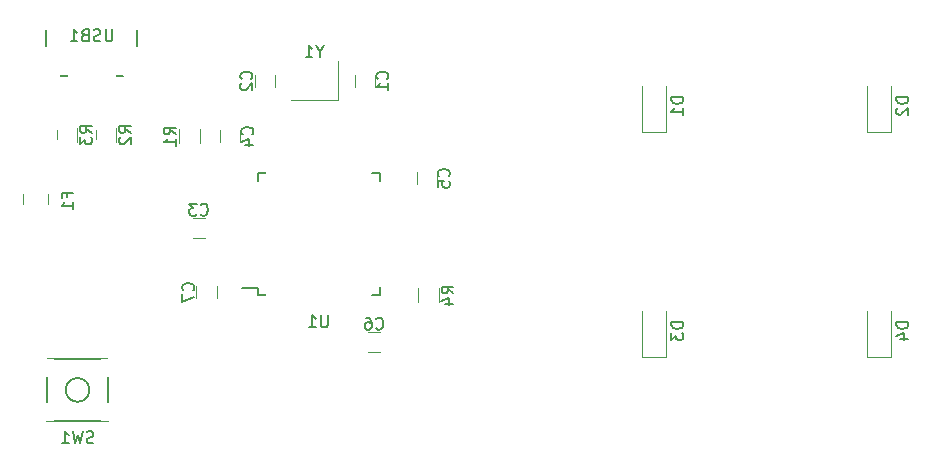
<source format=gbo>
G04 #@! TF.GenerationSoftware,KiCad,Pcbnew,(5.0.0)*
G04 #@! TF.CreationDate,2019-01-07T21:39:53-08:00*
G04 #@! TF.ProjectId,ai03-pcb-guide,616930332D7063622D67756964652E6B,rev?*
G04 #@! TF.SameCoordinates,Original*
G04 #@! TF.FileFunction,Legend,Bot*
G04 #@! TF.FilePolarity,Positive*
%FSLAX46Y46*%
G04 Gerber Fmt 4.6, Leading zero omitted, Abs format (unit mm)*
G04 Created by KiCad (PCBNEW (5.0.0)) date 01/07/19 21:39:53*
%MOMM*%
%LPD*%
G01*
G04 APERTURE LIST*
%ADD10C,0.120000*%
%ADD11C,0.150000*%
%ADD12R,1.650000X1.400000*%
%ADD13R,1.400000X1.650000*%
%ADD14R,1.600000X1.300000*%
%ADD15R,2.430000X1.540000*%
%ADD16C,2.150000*%
%ADD17R,2.305000X2.305000*%
%ADD18C,2.305000*%
%ADD19C,2.650000*%
%ADD20C,4.387800*%
%ADD21C,2.650000*%
%ADD22R,1.700000X1.100000*%
%ADD23R,2.200000X1.500000*%
%ADD24R,0.950000X1.900000*%
%ADD25R,1.900000X0.950000*%
%ADD26R,0.900000X2.650000*%
%ADD27O,2.100000X3.100000*%
%ADD28R,1.800000X1.600000*%
G04 APERTURE END LIST*
D10*
G04 #@! TO.C,C1*
X63683250Y-68842000D02*
X63683250Y-69842000D01*
X61983250Y-69842000D02*
X61983250Y-68842000D01*
G04 #@! TO.C,C2*
X55174250Y-68842000D02*
X55174250Y-69842000D01*
X53474250Y-69842000D02*
X53474250Y-68842000D01*
G04 #@! TO.C,C3*
X49236250Y-82638000D02*
X48236250Y-82638000D01*
X48236250Y-80938000D02*
X49236250Y-80938000D01*
G04 #@! TO.C,C4*
X50553250Y-74541000D02*
X50553250Y-73541000D01*
X52253250Y-73541000D02*
X52253250Y-74541000D01*
G04 #@! TO.C,C5*
X68890250Y-77097000D02*
X68890250Y-78097000D01*
X67190250Y-78097000D02*
X67190250Y-77097000D01*
G04 #@! TO.C,C6*
X64095250Y-92290000D02*
X63095250Y-92290000D01*
X63095250Y-90590000D02*
X64095250Y-90590000D01*
G04 #@! TO.C,C7*
X48553000Y-87749000D02*
X48553000Y-86749000D01*
X50253000Y-86749000D02*
X50253000Y-87749000D01*
G04 #@! TO.C,D1*
X88312500Y-73687500D02*
X86312500Y-73687500D01*
X86312500Y-73687500D02*
X86312500Y-69787500D01*
X88312500Y-73687500D02*
X88312500Y-69787500D01*
G04 #@! TO.C,D2*
X107362500Y-73687500D02*
X107362500Y-69787500D01*
X105362500Y-73687500D02*
X105362500Y-69787500D01*
X107362500Y-73687500D02*
X105362500Y-73687500D01*
G04 #@! TO.C,D3*
X88312500Y-92737500D02*
X86312500Y-92737500D01*
X86312500Y-92737500D02*
X86312500Y-88837500D01*
X88312500Y-92737500D02*
X88312500Y-88837500D01*
G04 #@! TO.C,D4*
X107362500Y-92737500D02*
X107362500Y-88837500D01*
X105362500Y-92737500D02*
X105362500Y-88837500D01*
X107362500Y-92737500D02*
X105362500Y-92737500D01*
G04 #@! TO.C,F1*
X35995000Y-80375000D02*
X35995000Y-78375000D01*
X33855000Y-78375000D02*
X33855000Y-80375000D01*
G04 #@! TO.C,R1*
X48854250Y-74641000D02*
X48854250Y-73441000D01*
X47094250Y-73441000D02*
X47094250Y-74641000D01*
G04 #@! TO.C,R2*
X40014000Y-73314000D02*
X40014000Y-74514000D01*
X41774000Y-74514000D02*
X41774000Y-73314000D01*
G04 #@! TO.C,R3*
X38472000Y-74514000D02*
X38472000Y-73314000D01*
X36712000Y-73314000D02*
X36712000Y-74514000D01*
G04 #@! TO.C,R4*
X69079000Y-88103000D02*
X69079000Y-86903000D01*
X67319000Y-86903000D02*
X67319000Y-88103000D01*
D11*
G04 #@! TO.C,SW1*
X39484001Y-95507845D02*
G75*
G03X39484001Y-95507845I-1000000J0D01*
G01*
X41084001Y-98107845D02*
X41084001Y-92907845D01*
X35884001Y-98107845D02*
X41084001Y-98107845D01*
X35884001Y-92907845D02*
X35884001Y-98107845D01*
X41084001Y-92907845D02*
X35884001Y-92907845D01*
G04 #@! TO.C,U1*
X53721250Y-86896000D02*
X52446250Y-86896000D01*
X64071250Y-87471000D02*
X63396250Y-87471000D01*
X64071250Y-77121000D02*
X63396250Y-77121000D01*
X53721250Y-77121000D02*
X54396250Y-77121000D01*
X53721250Y-87471000D02*
X54396250Y-87471000D01*
X53721250Y-77121000D02*
X53721250Y-77796000D01*
X64071250Y-77121000D02*
X64071250Y-77796000D01*
X64071250Y-87471000D02*
X64071250Y-86796000D01*
X53721250Y-87471000D02*
X53721250Y-86896000D01*
G04 #@! TO.C,USB1*
X35837500Y-68950000D02*
X43537500Y-68950000D01*
X43537500Y-63500000D02*
X43537500Y-68950000D01*
X35837500Y-63500000D02*
X35837500Y-68950000D01*
D10*
G04 #@! TO.C,Y1*
X60515250Y-70992000D02*
X56515250Y-70992000D01*
X60515250Y-67692000D02*
X60515250Y-70992000D01*
G04 #@! TO.C,C1*
D11*
X64690392Y-69175333D02*
X64738011Y-69127714D01*
X64785630Y-68984857D01*
X64785630Y-68889619D01*
X64738011Y-68746761D01*
X64642773Y-68651523D01*
X64547535Y-68603904D01*
X64357059Y-68556285D01*
X64214202Y-68556285D01*
X64023726Y-68603904D01*
X63928488Y-68651523D01*
X63833250Y-68746761D01*
X63785630Y-68889619D01*
X63785630Y-68984857D01*
X63833250Y-69127714D01*
X63880869Y-69175333D01*
X64785630Y-70127714D02*
X64785630Y-69556285D01*
X64785630Y-69842000D02*
X63785630Y-69842000D01*
X63928488Y-69746761D01*
X64023726Y-69651523D01*
X64071345Y-69556285D01*
G04 #@! TO.C,C2*
X53181392Y-69175333D02*
X53229011Y-69127714D01*
X53276630Y-68984857D01*
X53276630Y-68889619D01*
X53229011Y-68746761D01*
X53133773Y-68651523D01*
X53038535Y-68603904D01*
X52848059Y-68556285D01*
X52705202Y-68556285D01*
X52514726Y-68603904D01*
X52419488Y-68651523D01*
X52324250Y-68746761D01*
X52276630Y-68889619D01*
X52276630Y-68984857D01*
X52324250Y-69127714D01*
X52371869Y-69175333D01*
X52371869Y-69556285D02*
X52324250Y-69603904D01*
X52276630Y-69699142D01*
X52276630Y-69937238D01*
X52324250Y-70032476D01*
X52371869Y-70080095D01*
X52467107Y-70127714D01*
X52562345Y-70127714D01*
X52705202Y-70080095D01*
X53276630Y-69508666D01*
X53276630Y-70127714D01*
G04 #@! TO.C,C3*
X48902916Y-80645142D02*
X48950535Y-80692761D01*
X49093392Y-80740380D01*
X49188630Y-80740380D01*
X49331488Y-80692761D01*
X49426726Y-80597523D01*
X49474345Y-80502285D01*
X49521964Y-80311809D01*
X49521964Y-80168952D01*
X49474345Y-79978476D01*
X49426726Y-79883238D01*
X49331488Y-79788000D01*
X49188630Y-79740380D01*
X49093392Y-79740380D01*
X48950535Y-79788000D01*
X48902916Y-79835619D01*
X48569583Y-79740380D02*
X47950535Y-79740380D01*
X48283869Y-80121333D01*
X48141011Y-80121333D01*
X48045773Y-80168952D01*
X47998154Y-80216571D01*
X47950535Y-80311809D01*
X47950535Y-80549904D01*
X47998154Y-80645142D01*
X48045773Y-80692761D01*
X48141011Y-80740380D01*
X48426726Y-80740380D01*
X48521964Y-80692761D01*
X48569583Y-80645142D01*
G04 #@! TO.C,C4*
X53260392Y-73874333D02*
X53308011Y-73826714D01*
X53355630Y-73683857D01*
X53355630Y-73588619D01*
X53308011Y-73445761D01*
X53212773Y-73350523D01*
X53117535Y-73302904D01*
X52927059Y-73255285D01*
X52784202Y-73255285D01*
X52593726Y-73302904D01*
X52498488Y-73350523D01*
X52403250Y-73445761D01*
X52355630Y-73588619D01*
X52355630Y-73683857D01*
X52403250Y-73826714D01*
X52450869Y-73874333D01*
X52688964Y-74731476D02*
X53355630Y-74731476D01*
X52308011Y-74493380D02*
X53022297Y-74255285D01*
X53022297Y-74874333D01*
G04 #@! TO.C,C5*
X69897392Y-77430333D02*
X69945011Y-77382714D01*
X69992630Y-77239857D01*
X69992630Y-77144619D01*
X69945011Y-77001761D01*
X69849773Y-76906523D01*
X69754535Y-76858904D01*
X69564059Y-76811285D01*
X69421202Y-76811285D01*
X69230726Y-76858904D01*
X69135488Y-76906523D01*
X69040250Y-77001761D01*
X68992630Y-77144619D01*
X68992630Y-77239857D01*
X69040250Y-77382714D01*
X69087869Y-77430333D01*
X68992630Y-78335095D02*
X68992630Y-77858904D01*
X69468821Y-77811285D01*
X69421202Y-77858904D01*
X69373583Y-77954142D01*
X69373583Y-78192238D01*
X69421202Y-78287476D01*
X69468821Y-78335095D01*
X69564059Y-78382714D01*
X69802154Y-78382714D01*
X69897392Y-78335095D01*
X69945011Y-78287476D01*
X69992630Y-78192238D01*
X69992630Y-77954142D01*
X69945011Y-77858904D01*
X69897392Y-77811285D01*
G04 #@! TO.C,C6*
X63761916Y-90297142D02*
X63809535Y-90344761D01*
X63952392Y-90392380D01*
X64047630Y-90392380D01*
X64190488Y-90344761D01*
X64285726Y-90249523D01*
X64333345Y-90154285D01*
X64380964Y-89963809D01*
X64380964Y-89820952D01*
X64333345Y-89630476D01*
X64285726Y-89535238D01*
X64190488Y-89440000D01*
X64047630Y-89392380D01*
X63952392Y-89392380D01*
X63809535Y-89440000D01*
X63761916Y-89487619D01*
X62904773Y-89392380D02*
X63095250Y-89392380D01*
X63190488Y-89440000D01*
X63238107Y-89487619D01*
X63333345Y-89630476D01*
X63380964Y-89820952D01*
X63380964Y-90201904D01*
X63333345Y-90297142D01*
X63285726Y-90344761D01*
X63190488Y-90392380D01*
X63000011Y-90392380D01*
X62904773Y-90344761D01*
X62857154Y-90297142D01*
X62809535Y-90201904D01*
X62809535Y-89963809D01*
X62857154Y-89868571D01*
X62904773Y-89820952D01*
X63000011Y-89773333D01*
X63190488Y-89773333D01*
X63285726Y-89820952D01*
X63333345Y-89868571D01*
X63380964Y-89963809D01*
G04 #@! TO.C,C7*
X48260142Y-87082333D02*
X48307761Y-87034714D01*
X48355380Y-86891857D01*
X48355380Y-86796619D01*
X48307761Y-86653761D01*
X48212523Y-86558523D01*
X48117285Y-86510904D01*
X47926809Y-86463285D01*
X47783952Y-86463285D01*
X47593476Y-86510904D01*
X47498238Y-86558523D01*
X47403000Y-86653761D01*
X47355380Y-86796619D01*
X47355380Y-86891857D01*
X47403000Y-87034714D01*
X47450619Y-87082333D01*
X47355380Y-87415666D02*
X47355380Y-88082333D01*
X48355380Y-87653761D01*
G04 #@! TO.C,D1*
X89764880Y-70699404D02*
X88764880Y-70699404D01*
X88764880Y-70937500D01*
X88812500Y-71080357D01*
X88907738Y-71175595D01*
X89002976Y-71223214D01*
X89193452Y-71270833D01*
X89336309Y-71270833D01*
X89526785Y-71223214D01*
X89622023Y-71175595D01*
X89717261Y-71080357D01*
X89764880Y-70937500D01*
X89764880Y-70699404D01*
X89764880Y-72223214D02*
X89764880Y-71651785D01*
X89764880Y-71937500D02*
X88764880Y-71937500D01*
X88907738Y-71842261D01*
X89002976Y-71747023D01*
X89050595Y-71651785D01*
G04 #@! TO.C,D2*
X108814880Y-70699404D02*
X107814880Y-70699404D01*
X107814880Y-70937500D01*
X107862500Y-71080357D01*
X107957738Y-71175595D01*
X108052976Y-71223214D01*
X108243452Y-71270833D01*
X108386309Y-71270833D01*
X108576785Y-71223214D01*
X108672023Y-71175595D01*
X108767261Y-71080357D01*
X108814880Y-70937500D01*
X108814880Y-70699404D01*
X107910119Y-71651785D02*
X107862500Y-71699404D01*
X107814880Y-71794642D01*
X107814880Y-72032738D01*
X107862500Y-72127976D01*
X107910119Y-72175595D01*
X108005357Y-72223214D01*
X108100595Y-72223214D01*
X108243452Y-72175595D01*
X108814880Y-71604166D01*
X108814880Y-72223214D01*
G04 #@! TO.C,D3*
X89764880Y-89749404D02*
X88764880Y-89749404D01*
X88764880Y-89987500D01*
X88812500Y-90130357D01*
X88907738Y-90225595D01*
X89002976Y-90273214D01*
X89193452Y-90320833D01*
X89336309Y-90320833D01*
X89526785Y-90273214D01*
X89622023Y-90225595D01*
X89717261Y-90130357D01*
X89764880Y-89987500D01*
X89764880Y-89749404D01*
X88764880Y-90654166D02*
X88764880Y-91273214D01*
X89145833Y-90939880D01*
X89145833Y-91082738D01*
X89193452Y-91177976D01*
X89241071Y-91225595D01*
X89336309Y-91273214D01*
X89574404Y-91273214D01*
X89669642Y-91225595D01*
X89717261Y-91177976D01*
X89764880Y-91082738D01*
X89764880Y-90797023D01*
X89717261Y-90701785D01*
X89669642Y-90654166D01*
G04 #@! TO.C,D4*
X108814880Y-89749404D02*
X107814880Y-89749404D01*
X107814880Y-89987500D01*
X107862500Y-90130357D01*
X107957738Y-90225595D01*
X108052976Y-90273214D01*
X108243452Y-90320833D01*
X108386309Y-90320833D01*
X108576785Y-90273214D01*
X108672023Y-90225595D01*
X108767261Y-90130357D01*
X108814880Y-89987500D01*
X108814880Y-89749404D01*
X108148214Y-91177976D02*
X108814880Y-91177976D01*
X107767261Y-90939880D02*
X108481547Y-90701785D01*
X108481547Y-91320833D01*
G04 #@! TO.C,F1*
X37603571Y-79141666D02*
X37603571Y-78808333D01*
X38127380Y-78808333D02*
X37127380Y-78808333D01*
X37127380Y-79284523D01*
X38127380Y-80189285D02*
X38127380Y-79617857D01*
X38127380Y-79903571D02*
X37127380Y-79903571D01*
X37270238Y-79808333D01*
X37365476Y-79713095D01*
X37413095Y-79617857D01*
G04 #@! TO.C,R1*
X46776630Y-73874333D02*
X46300440Y-73541000D01*
X46776630Y-73302904D02*
X45776630Y-73302904D01*
X45776630Y-73683857D01*
X45824250Y-73779095D01*
X45871869Y-73826714D01*
X45967107Y-73874333D01*
X46109964Y-73874333D01*
X46205202Y-73826714D01*
X46252821Y-73779095D01*
X46300440Y-73683857D01*
X46300440Y-73302904D01*
X46776630Y-74826714D02*
X46776630Y-74255285D01*
X46776630Y-74541000D02*
X45776630Y-74541000D01*
X45919488Y-74445761D01*
X46014726Y-74350523D01*
X46062345Y-74255285D01*
G04 #@! TO.C,R2*
X42996380Y-73747333D02*
X42520190Y-73414000D01*
X42996380Y-73175904D02*
X41996380Y-73175904D01*
X41996380Y-73556857D01*
X42044000Y-73652095D01*
X42091619Y-73699714D01*
X42186857Y-73747333D01*
X42329714Y-73747333D01*
X42424952Y-73699714D01*
X42472571Y-73652095D01*
X42520190Y-73556857D01*
X42520190Y-73175904D01*
X42091619Y-74128285D02*
X42044000Y-74175904D01*
X41996380Y-74271142D01*
X41996380Y-74509238D01*
X42044000Y-74604476D01*
X42091619Y-74652095D01*
X42186857Y-74699714D01*
X42282095Y-74699714D01*
X42424952Y-74652095D01*
X42996380Y-74080666D01*
X42996380Y-74699714D01*
G04 #@! TO.C,R3*
X39694380Y-73747333D02*
X39218190Y-73414000D01*
X39694380Y-73175904D02*
X38694380Y-73175904D01*
X38694380Y-73556857D01*
X38742000Y-73652095D01*
X38789619Y-73699714D01*
X38884857Y-73747333D01*
X39027714Y-73747333D01*
X39122952Y-73699714D01*
X39170571Y-73652095D01*
X39218190Y-73556857D01*
X39218190Y-73175904D01*
X38694380Y-74080666D02*
X38694380Y-74699714D01*
X39075333Y-74366380D01*
X39075333Y-74509238D01*
X39122952Y-74604476D01*
X39170571Y-74652095D01*
X39265809Y-74699714D01*
X39503904Y-74699714D01*
X39599142Y-74652095D01*
X39646761Y-74604476D01*
X39694380Y-74509238D01*
X39694380Y-74223523D01*
X39646761Y-74128285D01*
X39599142Y-74080666D01*
G04 #@! TO.C,R4*
X70301380Y-87336333D02*
X69825190Y-87003000D01*
X70301380Y-86764904D02*
X69301380Y-86764904D01*
X69301380Y-87145857D01*
X69349000Y-87241095D01*
X69396619Y-87288714D01*
X69491857Y-87336333D01*
X69634714Y-87336333D01*
X69729952Y-87288714D01*
X69777571Y-87241095D01*
X69825190Y-87145857D01*
X69825190Y-86764904D01*
X69634714Y-88193476D02*
X70301380Y-88193476D01*
X69253761Y-87955380D02*
X69968047Y-87717285D01*
X69968047Y-88336333D01*
G04 #@! TO.C,SW1*
X39817334Y-99976606D02*
X39674477Y-100024225D01*
X39436381Y-100024225D01*
X39341143Y-99976606D01*
X39293524Y-99928987D01*
X39245905Y-99833749D01*
X39245905Y-99738511D01*
X39293524Y-99643273D01*
X39341143Y-99595654D01*
X39436381Y-99548035D01*
X39626858Y-99500416D01*
X39722096Y-99452797D01*
X39769715Y-99405178D01*
X39817334Y-99309940D01*
X39817334Y-99214702D01*
X39769715Y-99119464D01*
X39722096Y-99071845D01*
X39626858Y-99024225D01*
X39388762Y-99024225D01*
X39245905Y-99071845D01*
X38912572Y-99024225D02*
X38674477Y-100024225D01*
X38484001Y-99309940D01*
X38293524Y-100024225D01*
X38055429Y-99024225D01*
X37150667Y-100024225D02*
X37722096Y-100024225D01*
X37436381Y-100024225D02*
X37436381Y-99024225D01*
X37531620Y-99167083D01*
X37626858Y-99262321D01*
X37722096Y-99309940D01*
G04 #@! TO.C,U1*
X59658154Y-89198380D02*
X59658154Y-90007904D01*
X59610535Y-90103142D01*
X59562916Y-90150761D01*
X59467678Y-90198380D01*
X59277202Y-90198380D01*
X59181964Y-90150761D01*
X59134345Y-90103142D01*
X59086726Y-90007904D01*
X59086726Y-89198380D01*
X58086726Y-90198380D02*
X58658154Y-90198380D01*
X58372440Y-90198380D02*
X58372440Y-89198380D01*
X58467678Y-89341238D01*
X58562916Y-89436476D01*
X58658154Y-89484095D01*
G04 #@! TO.C,USB1*
X41425595Y-64984380D02*
X41425595Y-65793904D01*
X41377976Y-65889142D01*
X41330357Y-65936761D01*
X41235119Y-65984380D01*
X41044642Y-65984380D01*
X40949404Y-65936761D01*
X40901785Y-65889142D01*
X40854166Y-65793904D01*
X40854166Y-64984380D01*
X40425595Y-65936761D02*
X40282738Y-65984380D01*
X40044642Y-65984380D01*
X39949404Y-65936761D01*
X39901785Y-65889142D01*
X39854166Y-65793904D01*
X39854166Y-65698666D01*
X39901785Y-65603428D01*
X39949404Y-65555809D01*
X40044642Y-65508190D01*
X40235119Y-65460571D01*
X40330357Y-65412952D01*
X40377976Y-65365333D01*
X40425595Y-65270095D01*
X40425595Y-65174857D01*
X40377976Y-65079619D01*
X40330357Y-65032000D01*
X40235119Y-64984380D01*
X39997023Y-64984380D01*
X39854166Y-65032000D01*
X39092261Y-65460571D02*
X38949404Y-65508190D01*
X38901785Y-65555809D01*
X38854166Y-65651047D01*
X38854166Y-65793904D01*
X38901785Y-65889142D01*
X38949404Y-65936761D01*
X39044642Y-65984380D01*
X39425595Y-65984380D01*
X39425595Y-64984380D01*
X39092261Y-64984380D01*
X38997023Y-65032000D01*
X38949404Y-65079619D01*
X38901785Y-65174857D01*
X38901785Y-65270095D01*
X38949404Y-65365333D01*
X38997023Y-65412952D01*
X39092261Y-65460571D01*
X39425595Y-65460571D01*
X37901785Y-65984380D02*
X38473214Y-65984380D01*
X38187500Y-65984380D02*
X38187500Y-64984380D01*
X38282738Y-65127238D01*
X38377976Y-65222476D01*
X38473214Y-65270095D01*
G04 #@! TO.C,Y1*
X58991440Y-66868190D02*
X58991440Y-67344380D01*
X59324773Y-66344380D02*
X58991440Y-66868190D01*
X58658107Y-66344380D01*
X57800964Y-67344380D02*
X58372392Y-67344380D01*
X58086678Y-67344380D02*
X58086678Y-66344380D01*
X58181916Y-66487238D01*
X58277154Y-66582476D01*
X58372392Y-66630095D01*
G04 #@! TD*
%LPC*%
D12*
G04 #@! TO.C,C1*
X62833250Y-70342000D03*
X62833250Y-68342000D03*
G04 #@! TD*
G04 #@! TO.C,C2*
X54324250Y-70342000D03*
X54324250Y-68342000D03*
G04 #@! TD*
D13*
G04 #@! TO.C,C3*
X47736250Y-81788000D03*
X49736250Y-81788000D03*
G04 #@! TD*
D12*
G04 #@! TO.C,C4*
X51403250Y-73041000D03*
X51403250Y-75041000D03*
G04 #@! TD*
G04 #@! TO.C,C5*
X68040250Y-78597000D03*
X68040250Y-76597000D03*
G04 #@! TD*
D13*
G04 #@! TO.C,C6*
X62595250Y-91440000D03*
X64595250Y-91440000D03*
G04 #@! TD*
D12*
G04 #@! TO.C,C7*
X49403000Y-86249000D03*
X49403000Y-88249000D03*
G04 #@! TD*
D14*
G04 #@! TO.C,D1*
X87312500Y-73087500D03*
X87312500Y-69787500D03*
G04 #@! TD*
G04 #@! TO.C,D2*
X106362500Y-69787500D03*
X106362500Y-73087500D03*
G04 #@! TD*
G04 #@! TO.C,D3*
X87312500Y-92137500D03*
X87312500Y-88837500D03*
G04 #@! TD*
G04 #@! TO.C,D4*
X106362500Y-88837500D03*
X106362500Y-92137500D03*
G04 #@! TD*
D15*
G04 #@! TO.C,F1*
X34925000Y-78175000D03*
X34925000Y-80575000D03*
G04 #@! TD*
D16*
G04 #@! TO.C,MX1*
X84455000Y-71437500D03*
X74295000Y-71437500D03*
D17*
X80645000Y-76517500D03*
D18*
X78105000Y-76517500D03*
D19*
X76875000Y-67437500D03*
D20*
X79375000Y-71437500D03*
D19*
X76220001Y-68167500D03*
D21*
X75565000Y-68897500D02*
X76875002Y-67437500D01*
D19*
X81915000Y-66357500D03*
X81895000Y-66647500D03*
D21*
X81875000Y-66937500D02*
X81915000Y-66357500D01*
G04 #@! TD*
D19*
G04 #@! TO.C,MX2*
X100945000Y-66647500D03*
D21*
X100925000Y-66937500D02*
X100965000Y-66357500D01*
D19*
X100965000Y-66357500D03*
X95270001Y-68167500D03*
D21*
X94615000Y-68897500D02*
X95925002Y-67437500D01*
D20*
X98425000Y-71437500D03*
D19*
X95925000Y-67437500D03*
D18*
X97155000Y-76517500D03*
D17*
X99695000Y-76517500D03*
D16*
X93345000Y-71437500D03*
X103505000Y-71437500D03*
G04 #@! TD*
G04 #@! TO.C,MX3*
X84455000Y-90487500D03*
X74295000Y-90487500D03*
D17*
X80645000Y-95567500D03*
D18*
X78105000Y-95567500D03*
D19*
X76875000Y-86487500D03*
D20*
X79375000Y-90487500D03*
D19*
X76220001Y-87217500D03*
D21*
X75565000Y-87947500D02*
X76875002Y-86487500D01*
D19*
X81915000Y-85407500D03*
X81895000Y-85697500D03*
D21*
X81875000Y-85987500D02*
X81915000Y-85407500D01*
G04 #@! TD*
D19*
G04 #@! TO.C,MX4*
X100945000Y-85697500D03*
D21*
X100925000Y-85987500D02*
X100965000Y-85407500D01*
D19*
X100965000Y-85407500D03*
X95270001Y-87217500D03*
D21*
X94615000Y-87947500D02*
X95925002Y-86487500D01*
D20*
X98425000Y-90487500D03*
D19*
X95925000Y-86487500D03*
D18*
X97155000Y-95567500D03*
D17*
X99695000Y-95567500D03*
D16*
X93345000Y-90487500D03*
X103505000Y-90487500D03*
G04 #@! TD*
D22*
G04 #@! TO.C,R1*
X47974250Y-73091000D03*
X47974250Y-74991000D03*
G04 #@! TD*
G04 #@! TO.C,R2*
X40894000Y-74864000D03*
X40894000Y-72964000D03*
G04 #@! TD*
G04 #@! TO.C,R3*
X37592000Y-72964000D03*
X37592000Y-74864000D03*
G04 #@! TD*
G04 #@! TO.C,R4*
X68199000Y-86553000D03*
X68199000Y-88453000D03*
G04 #@! TD*
D23*
G04 #@! TO.C,SW1*
X35384001Y-97357845D03*
X41584001Y-93657845D03*
X35384001Y-93657845D03*
X41584001Y-97357845D03*
G04 #@! TD*
D24*
G04 #@! TO.C,U1*
X54896250Y-87996000D03*
X55696250Y-87996000D03*
X56496250Y-87996000D03*
X57296250Y-87996000D03*
X58096250Y-87996000D03*
X58896250Y-87996000D03*
X59696250Y-87996000D03*
X60496250Y-87996000D03*
X61296250Y-87996000D03*
X62096250Y-87996000D03*
X62896250Y-87996000D03*
D25*
X64596250Y-86296000D03*
X64596250Y-85496000D03*
X64596250Y-84696000D03*
X64596250Y-83896000D03*
X64596250Y-83096000D03*
X64596250Y-82296000D03*
X64596250Y-81496000D03*
X64596250Y-80696000D03*
X64596250Y-79896000D03*
X64596250Y-79096000D03*
X64596250Y-78296000D03*
D24*
X62896250Y-76596000D03*
X62096250Y-76596000D03*
X61296250Y-76596000D03*
X60496250Y-76596000D03*
X59696250Y-76596000D03*
X58896250Y-76596000D03*
X58096250Y-76596000D03*
X57296250Y-76596000D03*
X56496250Y-76596000D03*
X55696250Y-76596000D03*
X54896250Y-76596000D03*
D25*
X53196250Y-78296000D03*
X53196250Y-79096000D03*
X53196250Y-79896000D03*
X53196250Y-80696000D03*
X53196250Y-81496000D03*
X53196250Y-82296000D03*
X53196250Y-83096000D03*
X53196250Y-83896000D03*
X53196250Y-84696000D03*
X53196250Y-85496000D03*
X53196250Y-86296000D03*
G04 #@! TD*
D26*
G04 #@! TO.C,USB1*
X41287500Y-68000000D03*
X40487500Y-68000000D03*
X39687500Y-68000000D03*
X38887500Y-68000000D03*
X38087500Y-68000000D03*
D27*
X36037500Y-68000000D03*
X43337500Y-68000000D03*
X43337500Y-63500000D03*
X36037500Y-63500000D03*
G04 #@! TD*
D28*
G04 #@! TO.C,Y1*
X59615250Y-68492000D03*
X57415250Y-68492000D03*
X57415250Y-70192000D03*
X59615250Y-70192000D03*
G04 #@! TD*
M02*

</source>
